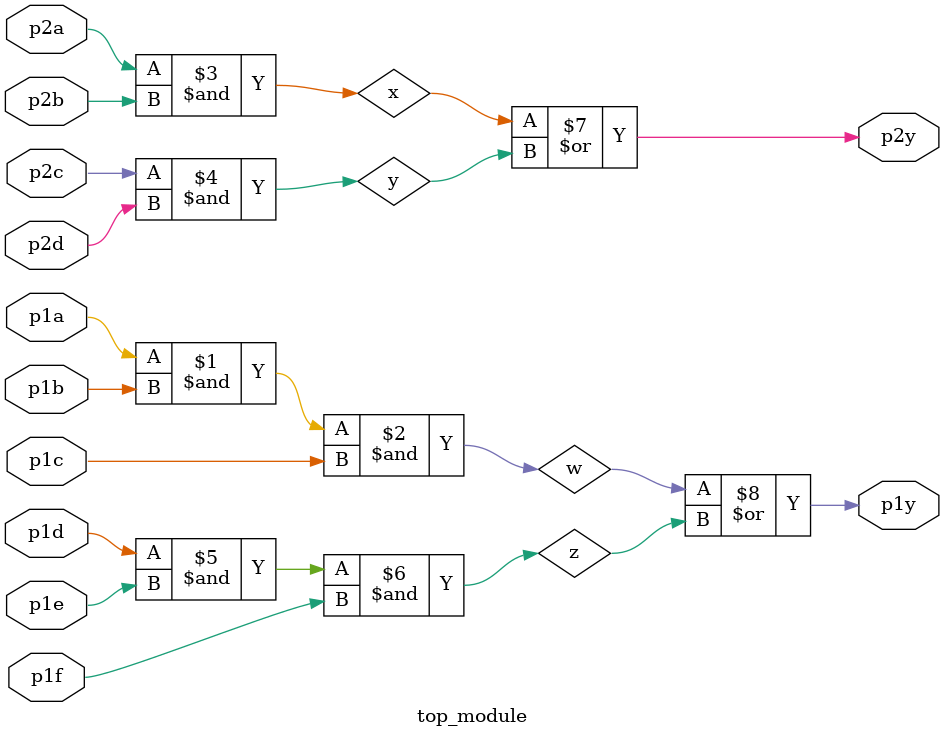
<source format=v>
module top_module ( 
    input p1a, p1b, p1c, p1d, p1e, p1f,
    output p1y,
    input p2a, p2b, p2c, p2d,
    output p2y );
    wire w,x,y,z;
    assign w = p1a & p1b & p1c;
    assign x = p2a & p2b;
    assign y = p2c & p2d;
    assign z = p1d & p1e & p1f;
    assign p2y = x | y;
    assign p1y = w | z;


endmodule


</source>
